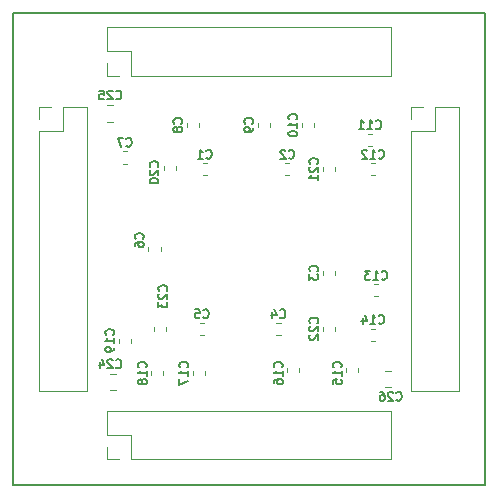
<source format=gbr>
%TF.GenerationSoftware,KiCad,Pcbnew,(5.0.0)*%
%TF.CreationDate,2020-04-09T18:14:40+01:00*%
%TF.ProjectId,HeikouBoxCore,4865696B6F75426F78436F72652E6B69,rev?*%
%TF.SameCoordinates,Original*%
%TF.FileFunction,Legend,Bot*%
%TF.FilePolarity,Positive*%
%FSLAX46Y46*%
G04 Gerber Fmt 4.6, Leading zero omitted, Abs format (unit mm)*
G04 Created by KiCad (PCBNEW (5.0.0)) date 04/09/20 18:14:40*
%MOMM*%
%LPD*%
G01*
G04 APERTURE LIST*
%ADD10C,0.150000*%
%ADD11C,0.120000*%
G04 APERTURE END LIST*
D10*
X17000000Y-57000000D02*
X17000000Y-17000000D01*
X57000000Y-57000000D02*
X17000000Y-57000000D01*
X57000000Y-17000000D02*
X57000000Y-57000000D01*
X17000000Y-17000000D02*
X57000000Y-17000000D01*
D11*
X27000000Y-22310000D02*
X49060000Y-22310000D01*
X24940000Y-18190000D02*
X49060000Y-18190000D01*
X24940000Y-20250000D02*
X24940000Y-18190000D01*
X49060000Y-22310000D02*
X49060000Y-18190000D01*
X26000000Y-22310000D02*
X24940000Y-22310000D01*
X24940000Y-22310000D02*
X24940000Y-21250000D01*
X27000000Y-20250000D02*
X24940000Y-20250000D01*
X27000000Y-22310000D02*
X27000000Y-20250000D01*
X50690000Y-49060000D02*
X54810000Y-49060000D01*
X50690000Y-26000000D02*
X50690000Y-24940000D01*
X52750000Y-24940000D02*
X54810000Y-24940000D01*
X52750000Y-27000000D02*
X52750000Y-24940000D01*
X50690000Y-27000000D02*
X52750000Y-27000000D01*
X54810000Y-24940000D02*
X54810000Y-49060000D01*
X50690000Y-27000000D02*
X50690000Y-49060000D01*
X50690000Y-24940000D02*
X51750000Y-24940000D01*
X49060000Y-54810000D02*
X49060000Y-50690000D01*
X26000000Y-54810000D02*
X24940000Y-54810000D01*
X24940000Y-52750000D02*
X24940000Y-50690000D01*
X27000000Y-52750000D02*
X24940000Y-52750000D01*
X27000000Y-54810000D02*
X27000000Y-52750000D01*
X24940000Y-50690000D02*
X49060000Y-50690000D01*
X27000000Y-54810000D02*
X49060000Y-54810000D01*
X24940000Y-54810000D02*
X24940000Y-53750000D01*
X21250000Y-24940000D02*
X23310000Y-24940000D01*
X21250000Y-27000000D02*
X21250000Y-24940000D01*
X19190000Y-24940000D02*
X20250000Y-24940000D01*
X23310000Y-24940000D02*
X23310000Y-49060000D01*
X19190000Y-49060000D02*
X23310000Y-49060000D01*
X19190000Y-27000000D02*
X21250000Y-27000000D01*
X19190000Y-26000000D02*
X19190000Y-24940000D01*
X19190000Y-27000000D02*
X19190000Y-49060000D01*
X26671267Y-29760000D02*
X26328733Y-29760000D01*
X26671267Y-28740000D02*
X26328733Y-28740000D01*
X44260000Y-38828733D02*
X44260000Y-39171267D01*
X43240000Y-38828733D02*
X43240000Y-39171267D01*
X33078733Y-29740000D02*
X33421267Y-29740000D01*
X33078733Y-30760000D02*
X33421267Y-30760000D01*
X40421267Y-30760000D02*
X40078733Y-30760000D01*
X40421267Y-29740000D02*
X40078733Y-29740000D01*
X47078733Y-27240000D02*
X47421267Y-27240000D01*
X47078733Y-28260000D02*
X47421267Y-28260000D01*
X39671267Y-44260000D02*
X39328733Y-44260000D01*
X39671267Y-43240000D02*
X39328733Y-43240000D01*
X33171267Y-44260000D02*
X32828733Y-44260000D01*
X33171267Y-43240000D02*
X32828733Y-43240000D01*
X28490000Y-36828733D02*
X28490000Y-37171267D01*
X29510000Y-36828733D02*
X29510000Y-37171267D01*
X31740000Y-26671267D02*
X31740000Y-26328733D01*
X32760000Y-26671267D02*
X32760000Y-26328733D01*
X37740000Y-26671267D02*
X37740000Y-26328733D01*
X38760000Y-26671267D02*
X38760000Y-26328733D01*
X41490000Y-26671267D02*
X41490000Y-26328733D01*
X42510000Y-26671267D02*
X42510000Y-26328733D01*
X47328733Y-30760000D02*
X47671267Y-30760000D01*
X47328733Y-29740000D02*
X47671267Y-29740000D01*
X45240000Y-47421267D02*
X45240000Y-47078733D01*
X46260000Y-47421267D02*
X46260000Y-47078733D01*
X40240000Y-47421267D02*
X40240000Y-47078733D01*
X41260000Y-47421267D02*
X41260000Y-47078733D01*
X32240000Y-47671267D02*
X32240000Y-47328733D01*
X33260000Y-47671267D02*
X33260000Y-47328733D01*
X28740000Y-47671267D02*
X28740000Y-47328733D01*
X29760000Y-47671267D02*
X29760000Y-47328733D01*
X25990000Y-44921267D02*
X25990000Y-44578733D01*
X27010000Y-44921267D02*
X27010000Y-44578733D01*
X29766000Y-29988733D02*
X29766000Y-30331267D01*
X30786000Y-29988733D02*
X30786000Y-30331267D01*
X44260000Y-30078733D02*
X44260000Y-30421267D01*
X43240000Y-30078733D02*
X43240000Y-30421267D01*
X44260000Y-43578733D02*
X44260000Y-43921267D01*
X43240000Y-43578733D02*
X43240000Y-43921267D01*
X30010000Y-43578733D02*
X30010000Y-43921267D01*
X28990000Y-43578733D02*
X28990000Y-43921267D01*
X47671267Y-44760000D02*
X47328733Y-44760000D01*
X47671267Y-43740000D02*
X47328733Y-43740000D01*
X47578733Y-39990000D02*
X47921267Y-39990000D01*
X47578733Y-41010000D02*
X47921267Y-41010000D01*
X25238748Y-48960000D02*
X25761252Y-48960000D01*
X25238748Y-47540000D02*
X25761252Y-47540000D01*
X24988748Y-26210000D02*
X25511252Y-26210000D01*
X24988748Y-24790000D02*
X25511252Y-24790000D01*
X49011252Y-47290000D02*
X48488748Y-47290000D01*
X49011252Y-48710000D02*
X48488748Y-48710000D01*
D10*
X26625000Y-28267857D02*
X26660714Y-28303571D01*
X26767857Y-28339285D01*
X26839285Y-28339285D01*
X26946428Y-28303571D01*
X27017857Y-28232142D01*
X27053571Y-28160714D01*
X27089285Y-28017857D01*
X27089285Y-27910714D01*
X27053571Y-27767857D01*
X27017857Y-27696428D01*
X26946428Y-27625000D01*
X26839285Y-27589285D01*
X26767857Y-27589285D01*
X26660714Y-27625000D01*
X26625000Y-27660714D01*
X26375000Y-27589285D02*
X25875000Y-27589285D01*
X26196428Y-28339285D01*
X42767857Y-38875000D02*
X42803571Y-38839285D01*
X42839285Y-38732142D01*
X42839285Y-38660714D01*
X42803571Y-38553571D01*
X42732142Y-38482142D01*
X42660714Y-38446428D01*
X42517857Y-38410714D01*
X42410714Y-38410714D01*
X42267857Y-38446428D01*
X42196428Y-38482142D01*
X42125000Y-38553571D01*
X42089285Y-38660714D01*
X42089285Y-38732142D01*
X42125000Y-38839285D01*
X42160714Y-38875000D01*
X42089285Y-39125000D02*
X42089285Y-39589285D01*
X42375000Y-39339285D01*
X42375000Y-39446428D01*
X42410714Y-39517857D01*
X42446428Y-39553571D01*
X42517857Y-39589285D01*
X42696428Y-39589285D01*
X42767857Y-39553571D01*
X42803571Y-39517857D01*
X42839285Y-39446428D01*
X42839285Y-39232142D01*
X42803571Y-39160714D01*
X42767857Y-39125000D01*
X33375000Y-29267857D02*
X33410714Y-29303571D01*
X33517857Y-29339285D01*
X33589285Y-29339285D01*
X33696428Y-29303571D01*
X33767857Y-29232142D01*
X33803571Y-29160714D01*
X33839285Y-29017857D01*
X33839285Y-28910714D01*
X33803571Y-28767857D01*
X33767857Y-28696428D01*
X33696428Y-28625000D01*
X33589285Y-28589285D01*
X33517857Y-28589285D01*
X33410714Y-28625000D01*
X33375000Y-28660714D01*
X32660714Y-29339285D02*
X33089285Y-29339285D01*
X32875000Y-29339285D02*
X32875000Y-28589285D01*
X32946428Y-28696428D01*
X33017857Y-28767857D01*
X33089285Y-28803571D01*
X40375000Y-29267857D02*
X40410714Y-29303571D01*
X40517857Y-29339285D01*
X40589285Y-29339285D01*
X40696428Y-29303571D01*
X40767857Y-29232142D01*
X40803571Y-29160714D01*
X40839285Y-29017857D01*
X40839285Y-28910714D01*
X40803571Y-28767857D01*
X40767857Y-28696428D01*
X40696428Y-28625000D01*
X40589285Y-28589285D01*
X40517857Y-28589285D01*
X40410714Y-28625000D01*
X40375000Y-28660714D01*
X40089285Y-28660714D02*
X40053571Y-28625000D01*
X39982142Y-28589285D01*
X39803571Y-28589285D01*
X39732142Y-28625000D01*
X39696428Y-28660714D01*
X39660714Y-28732142D01*
X39660714Y-28803571D01*
X39696428Y-28910714D01*
X40125000Y-29339285D01*
X39660714Y-29339285D01*
X47732142Y-26767857D02*
X47767857Y-26803571D01*
X47875000Y-26839285D01*
X47946428Y-26839285D01*
X48053571Y-26803571D01*
X48125000Y-26732142D01*
X48160714Y-26660714D01*
X48196428Y-26517857D01*
X48196428Y-26410714D01*
X48160714Y-26267857D01*
X48125000Y-26196428D01*
X48053571Y-26125000D01*
X47946428Y-26089285D01*
X47875000Y-26089285D01*
X47767857Y-26125000D01*
X47732142Y-26160714D01*
X47017857Y-26839285D02*
X47446428Y-26839285D01*
X47232142Y-26839285D02*
X47232142Y-26089285D01*
X47303571Y-26196428D01*
X47375000Y-26267857D01*
X47446428Y-26303571D01*
X46303571Y-26839285D02*
X46732142Y-26839285D01*
X46517857Y-26839285D02*
X46517857Y-26089285D01*
X46589285Y-26196428D01*
X46660714Y-26267857D01*
X46732142Y-26303571D01*
X39625000Y-42767857D02*
X39660714Y-42803571D01*
X39767857Y-42839285D01*
X39839285Y-42839285D01*
X39946428Y-42803571D01*
X40017857Y-42732142D01*
X40053571Y-42660714D01*
X40089285Y-42517857D01*
X40089285Y-42410714D01*
X40053571Y-42267857D01*
X40017857Y-42196428D01*
X39946428Y-42125000D01*
X39839285Y-42089285D01*
X39767857Y-42089285D01*
X39660714Y-42125000D01*
X39625000Y-42160714D01*
X38982142Y-42339285D02*
X38982142Y-42839285D01*
X39160714Y-42053571D02*
X39339285Y-42589285D01*
X38875000Y-42589285D01*
X33125000Y-42767857D02*
X33160714Y-42803571D01*
X33267857Y-42839285D01*
X33339285Y-42839285D01*
X33446428Y-42803571D01*
X33517857Y-42732142D01*
X33553571Y-42660714D01*
X33589285Y-42517857D01*
X33589285Y-42410714D01*
X33553571Y-42267857D01*
X33517857Y-42196428D01*
X33446428Y-42125000D01*
X33339285Y-42089285D01*
X33267857Y-42089285D01*
X33160714Y-42125000D01*
X33125000Y-42160714D01*
X32446428Y-42089285D02*
X32803571Y-42089285D01*
X32839285Y-42446428D01*
X32803571Y-42410714D01*
X32732142Y-42375000D01*
X32553571Y-42375000D01*
X32482142Y-42410714D01*
X32446428Y-42446428D01*
X32410714Y-42517857D01*
X32410714Y-42696428D01*
X32446428Y-42767857D01*
X32482142Y-42803571D01*
X32553571Y-42839285D01*
X32732142Y-42839285D01*
X32803571Y-42803571D01*
X32839285Y-42767857D01*
X28017857Y-36125000D02*
X28053571Y-36089285D01*
X28089285Y-35982142D01*
X28089285Y-35910714D01*
X28053571Y-35803571D01*
X27982142Y-35732142D01*
X27910714Y-35696428D01*
X27767857Y-35660714D01*
X27660714Y-35660714D01*
X27517857Y-35696428D01*
X27446428Y-35732142D01*
X27375000Y-35803571D01*
X27339285Y-35910714D01*
X27339285Y-35982142D01*
X27375000Y-36089285D01*
X27410714Y-36125000D01*
X27339285Y-36767857D02*
X27339285Y-36625000D01*
X27375000Y-36553571D01*
X27410714Y-36517857D01*
X27517857Y-36446428D01*
X27660714Y-36410714D01*
X27946428Y-36410714D01*
X28017857Y-36446428D01*
X28053571Y-36482142D01*
X28089285Y-36553571D01*
X28089285Y-36696428D01*
X28053571Y-36767857D01*
X28017857Y-36803571D01*
X27946428Y-36839285D01*
X27767857Y-36839285D01*
X27696428Y-36803571D01*
X27660714Y-36767857D01*
X27625000Y-36696428D01*
X27625000Y-36553571D01*
X27660714Y-36482142D01*
X27696428Y-36446428D01*
X27767857Y-36410714D01*
X31267857Y-26375000D02*
X31303571Y-26339285D01*
X31339285Y-26232142D01*
X31339285Y-26160714D01*
X31303571Y-26053571D01*
X31232142Y-25982142D01*
X31160714Y-25946428D01*
X31017857Y-25910714D01*
X30910714Y-25910714D01*
X30767857Y-25946428D01*
X30696428Y-25982142D01*
X30625000Y-26053571D01*
X30589285Y-26160714D01*
X30589285Y-26232142D01*
X30625000Y-26339285D01*
X30660714Y-26375000D01*
X30910714Y-26803571D02*
X30875000Y-26732142D01*
X30839285Y-26696428D01*
X30767857Y-26660714D01*
X30732142Y-26660714D01*
X30660714Y-26696428D01*
X30625000Y-26732142D01*
X30589285Y-26803571D01*
X30589285Y-26946428D01*
X30625000Y-27017857D01*
X30660714Y-27053571D01*
X30732142Y-27089285D01*
X30767857Y-27089285D01*
X30839285Y-27053571D01*
X30875000Y-27017857D01*
X30910714Y-26946428D01*
X30910714Y-26803571D01*
X30946428Y-26732142D01*
X30982142Y-26696428D01*
X31053571Y-26660714D01*
X31196428Y-26660714D01*
X31267857Y-26696428D01*
X31303571Y-26732142D01*
X31339285Y-26803571D01*
X31339285Y-26946428D01*
X31303571Y-27017857D01*
X31267857Y-27053571D01*
X31196428Y-27089285D01*
X31053571Y-27089285D01*
X30982142Y-27053571D01*
X30946428Y-27017857D01*
X30910714Y-26946428D01*
X37267857Y-26375000D02*
X37303571Y-26339285D01*
X37339285Y-26232142D01*
X37339285Y-26160714D01*
X37303571Y-26053571D01*
X37232142Y-25982142D01*
X37160714Y-25946428D01*
X37017857Y-25910714D01*
X36910714Y-25910714D01*
X36767857Y-25946428D01*
X36696428Y-25982142D01*
X36625000Y-26053571D01*
X36589285Y-26160714D01*
X36589285Y-26232142D01*
X36625000Y-26339285D01*
X36660714Y-26375000D01*
X37339285Y-26732142D02*
X37339285Y-26875000D01*
X37303571Y-26946428D01*
X37267857Y-26982142D01*
X37160714Y-27053571D01*
X37017857Y-27089285D01*
X36732142Y-27089285D01*
X36660714Y-27053571D01*
X36625000Y-27017857D01*
X36589285Y-26946428D01*
X36589285Y-26803571D01*
X36625000Y-26732142D01*
X36660714Y-26696428D01*
X36732142Y-26660714D01*
X36910714Y-26660714D01*
X36982142Y-26696428D01*
X37017857Y-26732142D01*
X37053571Y-26803571D01*
X37053571Y-26946428D01*
X37017857Y-27017857D01*
X36982142Y-27053571D01*
X36910714Y-27089285D01*
X41017857Y-26017857D02*
X41053571Y-25982142D01*
X41089285Y-25875000D01*
X41089285Y-25803571D01*
X41053571Y-25696428D01*
X40982142Y-25625000D01*
X40910714Y-25589285D01*
X40767857Y-25553571D01*
X40660714Y-25553571D01*
X40517857Y-25589285D01*
X40446428Y-25625000D01*
X40375000Y-25696428D01*
X40339285Y-25803571D01*
X40339285Y-25875000D01*
X40375000Y-25982142D01*
X40410714Y-26017857D01*
X41089285Y-26732142D02*
X41089285Y-26303571D01*
X41089285Y-26517857D02*
X40339285Y-26517857D01*
X40446428Y-26446428D01*
X40517857Y-26375000D01*
X40553571Y-26303571D01*
X40339285Y-27196428D02*
X40339285Y-27267857D01*
X40375000Y-27339285D01*
X40410714Y-27375000D01*
X40482142Y-27410714D01*
X40625000Y-27446428D01*
X40803571Y-27446428D01*
X40946428Y-27410714D01*
X41017857Y-27375000D01*
X41053571Y-27339285D01*
X41089285Y-27267857D01*
X41089285Y-27196428D01*
X41053571Y-27125000D01*
X41017857Y-27089285D01*
X40946428Y-27053571D01*
X40803571Y-27017857D01*
X40625000Y-27017857D01*
X40482142Y-27053571D01*
X40410714Y-27089285D01*
X40375000Y-27125000D01*
X40339285Y-27196428D01*
X47982142Y-29267857D02*
X48017857Y-29303571D01*
X48125000Y-29339285D01*
X48196428Y-29339285D01*
X48303571Y-29303571D01*
X48375000Y-29232142D01*
X48410714Y-29160714D01*
X48446428Y-29017857D01*
X48446428Y-28910714D01*
X48410714Y-28767857D01*
X48375000Y-28696428D01*
X48303571Y-28625000D01*
X48196428Y-28589285D01*
X48125000Y-28589285D01*
X48017857Y-28625000D01*
X47982142Y-28660714D01*
X47267857Y-29339285D02*
X47696428Y-29339285D01*
X47482142Y-29339285D02*
X47482142Y-28589285D01*
X47553571Y-28696428D01*
X47625000Y-28767857D01*
X47696428Y-28803571D01*
X46982142Y-28660714D02*
X46946428Y-28625000D01*
X46875000Y-28589285D01*
X46696428Y-28589285D01*
X46625000Y-28625000D01*
X46589285Y-28660714D01*
X46553571Y-28732142D01*
X46553571Y-28803571D01*
X46589285Y-28910714D01*
X47017857Y-29339285D01*
X46553571Y-29339285D01*
X44767857Y-47017857D02*
X44803571Y-46982142D01*
X44839285Y-46875000D01*
X44839285Y-46803571D01*
X44803571Y-46696428D01*
X44732142Y-46625000D01*
X44660714Y-46589285D01*
X44517857Y-46553571D01*
X44410714Y-46553571D01*
X44267857Y-46589285D01*
X44196428Y-46625000D01*
X44125000Y-46696428D01*
X44089285Y-46803571D01*
X44089285Y-46875000D01*
X44125000Y-46982142D01*
X44160714Y-47017857D01*
X44839285Y-47732142D02*
X44839285Y-47303571D01*
X44839285Y-47517857D02*
X44089285Y-47517857D01*
X44196428Y-47446428D01*
X44267857Y-47375000D01*
X44303571Y-47303571D01*
X44089285Y-48410714D02*
X44089285Y-48053571D01*
X44446428Y-48017857D01*
X44410714Y-48053571D01*
X44375000Y-48125000D01*
X44375000Y-48303571D01*
X44410714Y-48375000D01*
X44446428Y-48410714D01*
X44517857Y-48446428D01*
X44696428Y-48446428D01*
X44767857Y-48410714D01*
X44803571Y-48375000D01*
X44839285Y-48303571D01*
X44839285Y-48125000D01*
X44803571Y-48053571D01*
X44767857Y-48017857D01*
X39767857Y-47017857D02*
X39803571Y-46982142D01*
X39839285Y-46875000D01*
X39839285Y-46803571D01*
X39803571Y-46696428D01*
X39732142Y-46625000D01*
X39660714Y-46589285D01*
X39517857Y-46553571D01*
X39410714Y-46553571D01*
X39267857Y-46589285D01*
X39196428Y-46625000D01*
X39125000Y-46696428D01*
X39089285Y-46803571D01*
X39089285Y-46875000D01*
X39125000Y-46982142D01*
X39160714Y-47017857D01*
X39839285Y-47732142D02*
X39839285Y-47303571D01*
X39839285Y-47517857D02*
X39089285Y-47517857D01*
X39196428Y-47446428D01*
X39267857Y-47375000D01*
X39303571Y-47303571D01*
X39089285Y-48375000D02*
X39089285Y-48232142D01*
X39125000Y-48160714D01*
X39160714Y-48125000D01*
X39267857Y-48053571D01*
X39410714Y-48017857D01*
X39696428Y-48017857D01*
X39767857Y-48053571D01*
X39803571Y-48089285D01*
X39839285Y-48160714D01*
X39839285Y-48303571D01*
X39803571Y-48375000D01*
X39767857Y-48410714D01*
X39696428Y-48446428D01*
X39517857Y-48446428D01*
X39446428Y-48410714D01*
X39410714Y-48375000D01*
X39375000Y-48303571D01*
X39375000Y-48160714D01*
X39410714Y-48089285D01*
X39446428Y-48053571D01*
X39517857Y-48017857D01*
X31767857Y-47017857D02*
X31803571Y-46982142D01*
X31839285Y-46875000D01*
X31839285Y-46803571D01*
X31803571Y-46696428D01*
X31732142Y-46625000D01*
X31660714Y-46589285D01*
X31517857Y-46553571D01*
X31410714Y-46553571D01*
X31267857Y-46589285D01*
X31196428Y-46625000D01*
X31125000Y-46696428D01*
X31089285Y-46803571D01*
X31089285Y-46875000D01*
X31125000Y-46982142D01*
X31160714Y-47017857D01*
X31839285Y-47732142D02*
X31839285Y-47303571D01*
X31839285Y-47517857D02*
X31089285Y-47517857D01*
X31196428Y-47446428D01*
X31267857Y-47375000D01*
X31303571Y-47303571D01*
X31089285Y-47982142D02*
X31089285Y-48482142D01*
X31839285Y-48160714D01*
X28267857Y-47017857D02*
X28303571Y-46982142D01*
X28339285Y-46875000D01*
X28339285Y-46803571D01*
X28303571Y-46696428D01*
X28232142Y-46625000D01*
X28160714Y-46589285D01*
X28017857Y-46553571D01*
X27910714Y-46553571D01*
X27767857Y-46589285D01*
X27696428Y-46625000D01*
X27625000Y-46696428D01*
X27589285Y-46803571D01*
X27589285Y-46875000D01*
X27625000Y-46982142D01*
X27660714Y-47017857D01*
X28339285Y-47732142D02*
X28339285Y-47303571D01*
X28339285Y-47517857D02*
X27589285Y-47517857D01*
X27696428Y-47446428D01*
X27767857Y-47375000D01*
X27803571Y-47303571D01*
X27910714Y-48160714D02*
X27875000Y-48089285D01*
X27839285Y-48053571D01*
X27767857Y-48017857D01*
X27732142Y-48017857D01*
X27660714Y-48053571D01*
X27625000Y-48089285D01*
X27589285Y-48160714D01*
X27589285Y-48303571D01*
X27625000Y-48375000D01*
X27660714Y-48410714D01*
X27732142Y-48446428D01*
X27767857Y-48446428D01*
X27839285Y-48410714D01*
X27875000Y-48375000D01*
X27910714Y-48303571D01*
X27910714Y-48160714D01*
X27946428Y-48089285D01*
X27982142Y-48053571D01*
X28053571Y-48017857D01*
X28196428Y-48017857D01*
X28267857Y-48053571D01*
X28303571Y-48089285D01*
X28339285Y-48160714D01*
X28339285Y-48303571D01*
X28303571Y-48375000D01*
X28267857Y-48410714D01*
X28196428Y-48446428D01*
X28053571Y-48446428D01*
X27982142Y-48410714D01*
X27946428Y-48375000D01*
X27910714Y-48303571D01*
X25517857Y-44267857D02*
X25553571Y-44232142D01*
X25589285Y-44125000D01*
X25589285Y-44053571D01*
X25553571Y-43946428D01*
X25482142Y-43875000D01*
X25410714Y-43839285D01*
X25267857Y-43803571D01*
X25160714Y-43803571D01*
X25017857Y-43839285D01*
X24946428Y-43875000D01*
X24875000Y-43946428D01*
X24839285Y-44053571D01*
X24839285Y-44125000D01*
X24875000Y-44232142D01*
X24910714Y-44267857D01*
X25589285Y-44982142D02*
X25589285Y-44553571D01*
X25589285Y-44767857D02*
X24839285Y-44767857D01*
X24946428Y-44696428D01*
X25017857Y-44625000D01*
X25053571Y-44553571D01*
X25589285Y-45339285D02*
X25589285Y-45482142D01*
X25553571Y-45553571D01*
X25517857Y-45589285D01*
X25410714Y-45660714D01*
X25267857Y-45696428D01*
X24982142Y-45696428D01*
X24910714Y-45660714D01*
X24875000Y-45625000D01*
X24839285Y-45553571D01*
X24839285Y-45410714D01*
X24875000Y-45339285D01*
X24910714Y-45303571D01*
X24982142Y-45267857D01*
X25160714Y-45267857D01*
X25232142Y-45303571D01*
X25267857Y-45339285D01*
X25303571Y-45410714D01*
X25303571Y-45553571D01*
X25267857Y-45625000D01*
X25232142Y-45660714D01*
X25160714Y-45696428D01*
X29267857Y-30017857D02*
X29303571Y-29982142D01*
X29339285Y-29875000D01*
X29339285Y-29803571D01*
X29303571Y-29696428D01*
X29232142Y-29625000D01*
X29160714Y-29589285D01*
X29017857Y-29553571D01*
X28910714Y-29553571D01*
X28767857Y-29589285D01*
X28696428Y-29625000D01*
X28625000Y-29696428D01*
X28589285Y-29803571D01*
X28589285Y-29875000D01*
X28625000Y-29982142D01*
X28660714Y-30017857D01*
X28660714Y-30303571D02*
X28625000Y-30339285D01*
X28589285Y-30410714D01*
X28589285Y-30589285D01*
X28625000Y-30660714D01*
X28660714Y-30696428D01*
X28732142Y-30732142D01*
X28803571Y-30732142D01*
X28910714Y-30696428D01*
X29339285Y-30267857D01*
X29339285Y-30732142D01*
X28589285Y-31196428D02*
X28589285Y-31267857D01*
X28625000Y-31339285D01*
X28660714Y-31375000D01*
X28732142Y-31410714D01*
X28875000Y-31446428D01*
X29053571Y-31446428D01*
X29196428Y-31410714D01*
X29267857Y-31375000D01*
X29303571Y-31339285D01*
X29339285Y-31267857D01*
X29339285Y-31196428D01*
X29303571Y-31125000D01*
X29267857Y-31089285D01*
X29196428Y-31053571D01*
X29053571Y-31017857D01*
X28875000Y-31017857D01*
X28732142Y-31053571D01*
X28660714Y-31089285D01*
X28625000Y-31125000D01*
X28589285Y-31196428D01*
X42767857Y-29767857D02*
X42803571Y-29732142D01*
X42839285Y-29625000D01*
X42839285Y-29553571D01*
X42803571Y-29446428D01*
X42732142Y-29375000D01*
X42660714Y-29339285D01*
X42517857Y-29303571D01*
X42410714Y-29303571D01*
X42267857Y-29339285D01*
X42196428Y-29375000D01*
X42125000Y-29446428D01*
X42089285Y-29553571D01*
X42089285Y-29625000D01*
X42125000Y-29732142D01*
X42160714Y-29767857D01*
X42160714Y-30053571D02*
X42125000Y-30089285D01*
X42089285Y-30160714D01*
X42089285Y-30339285D01*
X42125000Y-30410714D01*
X42160714Y-30446428D01*
X42232142Y-30482142D01*
X42303571Y-30482142D01*
X42410714Y-30446428D01*
X42839285Y-30017857D01*
X42839285Y-30482142D01*
X42839285Y-31196428D02*
X42839285Y-30767857D01*
X42839285Y-30982142D02*
X42089285Y-30982142D01*
X42196428Y-30910714D01*
X42267857Y-30839285D01*
X42303571Y-30767857D01*
X42767857Y-43267857D02*
X42803571Y-43232142D01*
X42839285Y-43125000D01*
X42839285Y-43053571D01*
X42803571Y-42946428D01*
X42732142Y-42875000D01*
X42660714Y-42839285D01*
X42517857Y-42803571D01*
X42410714Y-42803571D01*
X42267857Y-42839285D01*
X42196428Y-42875000D01*
X42125000Y-42946428D01*
X42089285Y-43053571D01*
X42089285Y-43125000D01*
X42125000Y-43232142D01*
X42160714Y-43267857D01*
X42160714Y-43553571D02*
X42125000Y-43589285D01*
X42089285Y-43660714D01*
X42089285Y-43839285D01*
X42125000Y-43910714D01*
X42160714Y-43946428D01*
X42232142Y-43982142D01*
X42303571Y-43982142D01*
X42410714Y-43946428D01*
X42839285Y-43517857D01*
X42839285Y-43982142D01*
X42160714Y-44267857D02*
X42125000Y-44303571D01*
X42089285Y-44375000D01*
X42089285Y-44553571D01*
X42125000Y-44625000D01*
X42160714Y-44660714D01*
X42232142Y-44696428D01*
X42303571Y-44696428D01*
X42410714Y-44660714D01*
X42839285Y-44232142D01*
X42839285Y-44696428D01*
X30017857Y-40517857D02*
X30053571Y-40482142D01*
X30089285Y-40375000D01*
X30089285Y-40303571D01*
X30053571Y-40196428D01*
X29982142Y-40125000D01*
X29910714Y-40089285D01*
X29767857Y-40053571D01*
X29660714Y-40053571D01*
X29517857Y-40089285D01*
X29446428Y-40125000D01*
X29375000Y-40196428D01*
X29339285Y-40303571D01*
X29339285Y-40375000D01*
X29375000Y-40482142D01*
X29410714Y-40517857D01*
X29410714Y-40803571D02*
X29375000Y-40839285D01*
X29339285Y-40910714D01*
X29339285Y-41089285D01*
X29375000Y-41160714D01*
X29410714Y-41196428D01*
X29482142Y-41232142D01*
X29553571Y-41232142D01*
X29660714Y-41196428D01*
X30089285Y-40767857D01*
X30089285Y-41232142D01*
X29339285Y-41482142D02*
X29339285Y-41946428D01*
X29625000Y-41696428D01*
X29625000Y-41803571D01*
X29660714Y-41875000D01*
X29696428Y-41910714D01*
X29767857Y-41946428D01*
X29946428Y-41946428D01*
X30017857Y-41910714D01*
X30053571Y-41875000D01*
X30089285Y-41803571D01*
X30089285Y-41589285D01*
X30053571Y-41517857D01*
X30017857Y-41482142D01*
X47982142Y-43267857D02*
X48017857Y-43303571D01*
X48125000Y-43339285D01*
X48196428Y-43339285D01*
X48303571Y-43303571D01*
X48375000Y-43232142D01*
X48410714Y-43160714D01*
X48446428Y-43017857D01*
X48446428Y-42910714D01*
X48410714Y-42767857D01*
X48375000Y-42696428D01*
X48303571Y-42625000D01*
X48196428Y-42589285D01*
X48125000Y-42589285D01*
X48017857Y-42625000D01*
X47982142Y-42660714D01*
X47267857Y-43339285D02*
X47696428Y-43339285D01*
X47482142Y-43339285D02*
X47482142Y-42589285D01*
X47553571Y-42696428D01*
X47625000Y-42767857D01*
X47696428Y-42803571D01*
X46625000Y-42839285D02*
X46625000Y-43339285D01*
X46803571Y-42553571D02*
X46982142Y-43089285D01*
X46517857Y-43089285D01*
X48232142Y-39517857D02*
X48267857Y-39553571D01*
X48375000Y-39589285D01*
X48446428Y-39589285D01*
X48553571Y-39553571D01*
X48625000Y-39482142D01*
X48660714Y-39410714D01*
X48696428Y-39267857D01*
X48696428Y-39160714D01*
X48660714Y-39017857D01*
X48625000Y-38946428D01*
X48553571Y-38875000D01*
X48446428Y-38839285D01*
X48375000Y-38839285D01*
X48267857Y-38875000D01*
X48232142Y-38910714D01*
X47517857Y-39589285D02*
X47946428Y-39589285D01*
X47732142Y-39589285D02*
X47732142Y-38839285D01*
X47803571Y-38946428D01*
X47875000Y-39017857D01*
X47946428Y-39053571D01*
X47267857Y-38839285D02*
X46803571Y-38839285D01*
X47053571Y-39125000D01*
X46946428Y-39125000D01*
X46875000Y-39160714D01*
X46839285Y-39196428D01*
X46803571Y-39267857D01*
X46803571Y-39446428D01*
X46839285Y-39517857D01*
X46875000Y-39553571D01*
X46946428Y-39589285D01*
X47160714Y-39589285D01*
X47232142Y-39553571D01*
X47267857Y-39517857D01*
X25732142Y-47017857D02*
X25767857Y-47053571D01*
X25875000Y-47089285D01*
X25946428Y-47089285D01*
X26053571Y-47053571D01*
X26125000Y-46982142D01*
X26160714Y-46910714D01*
X26196428Y-46767857D01*
X26196428Y-46660714D01*
X26160714Y-46517857D01*
X26125000Y-46446428D01*
X26053571Y-46375000D01*
X25946428Y-46339285D01*
X25875000Y-46339285D01*
X25767857Y-46375000D01*
X25732142Y-46410714D01*
X25446428Y-46410714D02*
X25410714Y-46375000D01*
X25339285Y-46339285D01*
X25160714Y-46339285D01*
X25089285Y-46375000D01*
X25053571Y-46410714D01*
X25017857Y-46482142D01*
X25017857Y-46553571D01*
X25053571Y-46660714D01*
X25482142Y-47089285D01*
X25017857Y-47089285D01*
X24375000Y-46589285D02*
X24375000Y-47089285D01*
X24553571Y-46303571D02*
X24732142Y-46839285D01*
X24267857Y-46839285D01*
X25732142Y-24267857D02*
X25767857Y-24303571D01*
X25875000Y-24339285D01*
X25946428Y-24339285D01*
X26053571Y-24303571D01*
X26125000Y-24232142D01*
X26160714Y-24160714D01*
X26196428Y-24017857D01*
X26196428Y-23910714D01*
X26160714Y-23767857D01*
X26125000Y-23696428D01*
X26053571Y-23625000D01*
X25946428Y-23589285D01*
X25875000Y-23589285D01*
X25767857Y-23625000D01*
X25732142Y-23660714D01*
X25446428Y-23660714D02*
X25410714Y-23625000D01*
X25339285Y-23589285D01*
X25160714Y-23589285D01*
X25089285Y-23625000D01*
X25053571Y-23660714D01*
X25017857Y-23732142D01*
X25017857Y-23803571D01*
X25053571Y-23910714D01*
X25482142Y-24339285D01*
X25017857Y-24339285D01*
X24339285Y-23589285D02*
X24696428Y-23589285D01*
X24732142Y-23946428D01*
X24696428Y-23910714D01*
X24625000Y-23875000D01*
X24446428Y-23875000D01*
X24375000Y-23910714D01*
X24339285Y-23946428D01*
X24303571Y-24017857D01*
X24303571Y-24196428D01*
X24339285Y-24267857D01*
X24375000Y-24303571D01*
X24446428Y-24339285D01*
X24625000Y-24339285D01*
X24696428Y-24303571D01*
X24732142Y-24267857D01*
X49482142Y-49767857D02*
X49517857Y-49803571D01*
X49625000Y-49839285D01*
X49696428Y-49839285D01*
X49803571Y-49803571D01*
X49875000Y-49732142D01*
X49910714Y-49660714D01*
X49946428Y-49517857D01*
X49946428Y-49410714D01*
X49910714Y-49267857D01*
X49875000Y-49196428D01*
X49803571Y-49125000D01*
X49696428Y-49089285D01*
X49625000Y-49089285D01*
X49517857Y-49125000D01*
X49482142Y-49160714D01*
X49196428Y-49160714D02*
X49160714Y-49125000D01*
X49089285Y-49089285D01*
X48910714Y-49089285D01*
X48839285Y-49125000D01*
X48803571Y-49160714D01*
X48767857Y-49232142D01*
X48767857Y-49303571D01*
X48803571Y-49410714D01*
X49232142Y-49839285D01*
X48767857Y-49839285D01*
X48125000Y-49089285D02*
X48267857Y-49089285D01*
X48339285Y-49125000D01*
X48375000Y-49160714D01*
X48446428Y-49267857D01*
X48482142Y-49410714D01*
X48482142Y-49696428D01*
X48446428Y-49767857D01*
X48410714Y-49803571D01*
X48339285Y-49839285D01*
X48196428Y-49839285D01*
X48125000Y-49803571D01*
X48089285Y-49767857D01*
X48053571Y-49696428D01*
X48053571Y-49517857D01*
X48089285Y-49446428D01*
X48125000Y-49410714D01*
X48196428Y-49375000D01*
X48339285Y-49375000D01*
X48410714Y-49410714D01*
X48446428Y-49446428D01*
X48482142Y-49517857D01*
M02*

</source>
